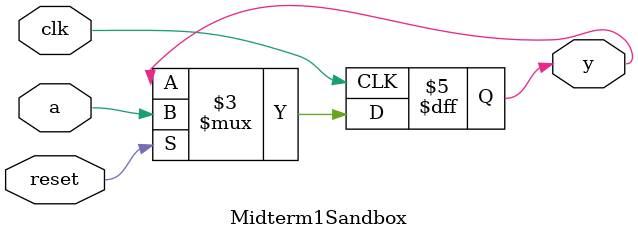
<source format=sv>
/*
module Midterm1Sandbox (input logic [31:0] data, 
								output logic [4:0] count );


	logic [4:0] counter = 0;

	always_comb begin
		for (int i = 0; i < 32; i++) begin
			if (data[i] == 1)
				counter = counter + 1;
		end
		
		count = counter;
		counter = 0;

	
	end


endmodule
*/

// Case statement error problem
/*
always_comb
    case (num)    // .GFEDCBA Active Low
        0 : leds = 8'b11000000;
        1 : leds = 8'b11111001;
        2 : leds = 8'b10100100;
        3 : leds = 8'b10110000;
        4 : leds = 8'b10011001;
        5 : leds = 8'b10010010;
        6 : leds = 8'b10000010;
        7 : leds = 8'b11111000;
        8 : leds = 8'b10000000;
        9 : leds = 8'b10010000;
        default : leds = '0; // Handles unspecified cases
    endcase
*/

// module problem4
/*
module Midterm1Sandbox (input logic clk, reset, e, a, output logic y);


	always_ff @(posedge clk) begin
		if (reset)
			y <= '0;
		else
			if (e)
				y <= y & a;
			else
				y <= y | a;
	
	end


endmodule
*/


// module problem6a
module Midterm1Sandbox (input logic clk, a, reset, output logic y);
logic b, c;


	always_ff @(posedge clk or negedge reset) begin
	if (!reset) begin
		b = 0;
		c = 0;
	end
	else begin
		b = a;
		c = b;
		y = c;
	end
			
	
	end


endmodule
</source>
